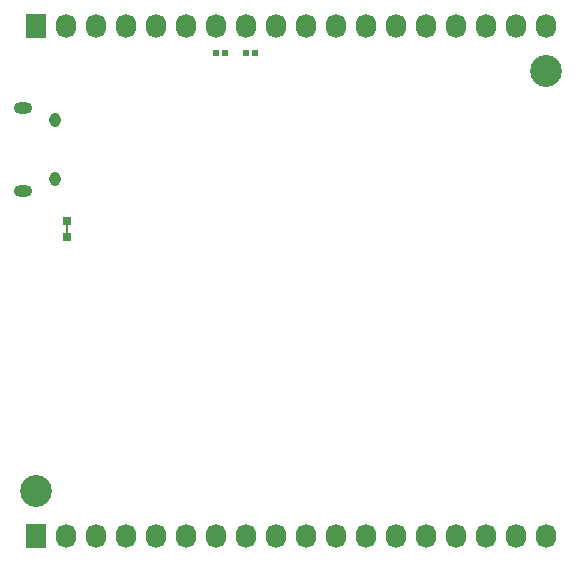
<source format=gbs>
G04 #@! TF.FileFunction,Soldermask,Bot*
%FSLAX46Y46*%
G04 Gerber Fmt 4.6, Leading zero omitted, Abs format (unit mm)*
G04 Created by KiCad (PCBNEW (2016-06-08 BZR 6904)-stable) date Sat Jun 25 00:42:27 2016*
%MOMM*%
%LPD*%
G01*
G04 APERTURE LIST*
%ADD10C,0.152400*%
%ADD11C,2.700000*%
%ADD12R,1.727200X2.032000*%
%ADD13O,1.727200X2.032000*%
%ADD14O,0.950000X1.250000*%
%ADD15O,1.550000X1.000000*%
%ADD16R,0.500000X0.500000*%
%ADD17R,0.762000X0.762000*%
%ADD18R,0.152400X1.016000*%
G04 APERTURE END LIST*
D10*
D11*
X27940000Y-67310000D03*
D12*
X27940000Y-27940000D03*
D13*
X30480000Y-27940000D03*
X33020000Y-27940000D03*
X35560000Y-27940000D03*
X38100000Y-27940000D03*
X40640000Y-27940000D03*
X43180000Y-27940000D03*
X45720000Y-27940000D03*
X48260000Y-27940000D03*
X50800000Y-27940000D03*
X53340000Y-27940000D03*
X55880000Y-27940000D03*
X58420000Y-27940000D03*
X60960000Y-27940000D03*
X63500000Y-27940000D03*
X66040000Y-27940000D03*
X68580000Y-27940000D03*
X71120000Y-27940000D03*
D12*
X27940000Y-71120000D03*
D13*
X30480000Y-71120000D03*
X33020000Y-71120000D03*
X35560000Y-71120000D03*
X38100000Y-71120000D03*
X40640000Y-71120000D03*
X43180000Y-71120000D03*
X45720000Y-71120000D03*
X48260000Y-71120000D03*
X50800000Y-71120000D03*
X53340000Y-71120000D03*
X55880000Y-71120000D03*
X58420000Y-71120000D03*
X60960000Y-71120000D03*
X63500000Y-71120000D03*
X66040000Y-71120000D03*
X68580000Y-71120000D03*
X71120000Y-71120000D03*
D14*
X29547800Y-35910000D03*
X29547800Y-40910000D03*
D15*
X26847800Y-34910000D03*
X26847800Y-41910000D03*
D16*
X46482000Y-30289500D03*
X45720000Y-30289500D03*
X43942000Y-30289500D03*
X43180000Y-30289500D03*
D11*
X71120000Y-31750000D03*
D17*
X30607000Y-45812000D03*
X30607000Y-44512000D03*
D18*
X30607000Y-45212000D03*
M02*

</source>
